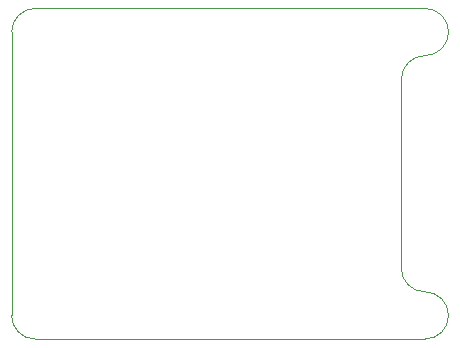
<source format=gm1>
G04 #@! TF.FileFunction,Profile,NP*
%FSLAX46Y46*%
G04 Gerber Fmt 4.6, Leading zero omitted, Abs format (unit mm)*
G04 Created by KiCad (PCBNEW 4.0.4-stable) date Sunday, October 15, 2017 'PMt' 03:04:39 PM*
%MOMM*%
%LPD*%
G01*
G04 APERTURE LIST*
%ADD10C,0.100000*%
G04 APERTURE END LIST*
D10*
X83000001Y-71999999D02*
G75*
G03X85000000Y-74000000I2000000J-1D01*
G01*
X86999999Y-76000001D02*
G75*
G03X85000000Y-74000000I-2000000J1D01*
G01*
X84999999Y-77999999D02*
G75*
G03X87000000Y-76000000I1J2000000D01*
G01*
X50000000Y-76000000D02*
G75*
G03X51999999Y-78000001I2000000J-1D01*
G01*
X52000001Y-50000001D02*
G75*
G03X50000000Y-52000000I-1J-2000000D01*
G01*
X85000000Y-54000000D02*
G75*
G03X82999999Y-55999999I-1J-2000000D01*
G01*
X85000000Y-54000000D02*
G75*
G03X87000001Y-52000001I1J2000000D01*
G01*
X86999999Y-52000001D02*
G75*
G03X85000000Y-50000000I-2000000J1D01*
G01*
X50000000Y-76000000D02*
X50000000Y-52000000D01*
X85000000Y-78000000D02*
X52000000Y-78000000D01*
X83000000Y-56000000D02*
X83000000Y-72000000D01*
X52000000Y-50000000D02*
X85000000Y-50000000D01*
M02*

</source>
